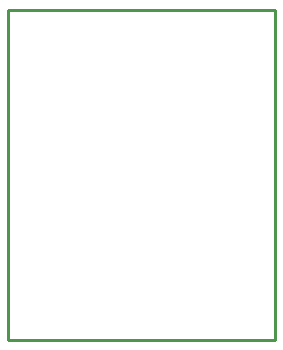
<source format=gko>
%FSLAX43Y43*%
%MOMM*%
G71*
G01*
G75*
%ADD10R,0.600X2.150*%
%ADD11R,1.600X1.800*%
%ADD12C,0.400*%
%ADD13C,0.254*%
%ADD14R,1.200X1.200*%
%ADD15R,0.803X2.353*%
%ADD16R,1.803X2.003*%
%ADD17R,1.403X1.403*%
D13*
X17500Y82450D02*
X40075D01*
Y54500D02*
Y82450D01*
X17500Y54500D02*
X40075D01*
X17500D02*
Y82450D01*
M02*

</source>
